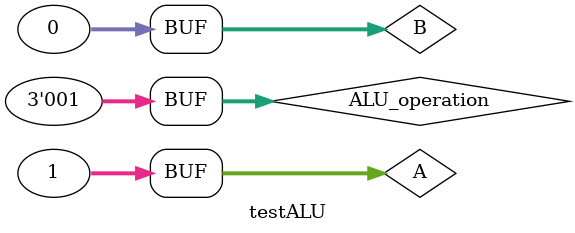
<source format=v>
`timescale 1ns / 1ps


module testALU;

	// Inputs
	reg [2:0] ALU_operation;
	reg [31:0] A;
	reg [31:0] B;

	// Outputs
	wire [31:0] res;
	wire zero;
	wire overflow;

	// Instantiate the Unit Under Test (UUT)
	ALU uut (
		.ALU_operation(ALU_operation), 
		.A(A), 
		.B(B), 
		.res(res), 
		.zero(zero), 
		.overflow(overflow)
	);

	initial begin
		// Initialize Inputs
		ALU_operation = 0;
		A = 0;
		B = 0;

		// Wait 100 ns for global reset to finish
		#100;
      ALU_operation=3'b001;
		A=1;
		B=1;
		#50;
		
		A=1;B=0;
		#50;
		
		// Add stimulus here

	end
      
endmodule


</source>
